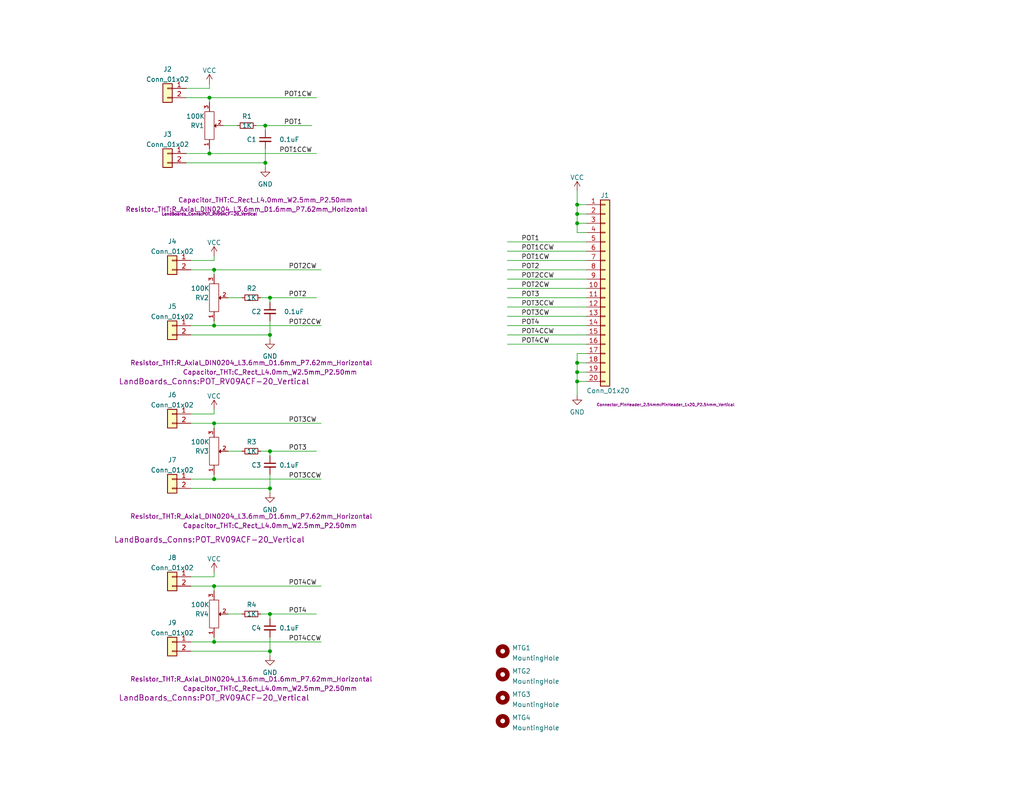
<source format=kicad_sch>
(kicad_sch (version 20211123) (generator eeschema)
  (paper "A")
  (title_block (date "2022-10-03") (rev "1"))
  (lib_symbols
    (symbol "Connector_Generic:Conn_01x02" (pin_names (offset 1.016) hide)
      (property "Reference" "J" (at 0 2.54 0))
      (property "Value" "Conn_01x02" (at 0 -5.08 0))
      (symbol "Conn_01x02_1_1"
        (rectangle (start -1.27 -2.413) (end 0 -2.667) (stroke (width 0.1524)))
        (rectangle (start -1.27 0.127) (end 0 -0.127) (stroke (width 0.1524)))
        (rectangle (start -1.27 1.27) (end 1.27 -3.81) (stroke (width 0.254)) (fill (type background)))
        (pin passive line (at -5.08 0 0) (length 3.81) (name "Pin_1") (number "1"))
        (pin passive line (at -5.08 -2.54 0) (length 3.81) (name "Pin_2") (number "2"))
      )
    )
    (symbol "Connector_Generic:Conn_01x20" (pin_names (offset 1.016) hide)
      (property "Reference" "J" (at 0 25.4 0))
      (property "Value" "Conn_01x20" (at 0 -27.94 0))
      (symbol "Conn_01x20_1_1"
        (rectangle (start -1.27 -25.273) (end 0 -25.527) (stroke (width 0.1524)))
        (rectangle (start -1.27 -22.733) (end 0 -22.987) (stroke (width 0.1524)))
        (rectangle (start -1.27 -20.193) (end 0 -20.447) (stroke (width 0.1524)))
        (rectangle (start -1.27 -17.653) (end 0 -17.907) (stroke (width 0.1524)))
        (rectangle (start -1.27 -15.113) (end 0 -15.367) (stroke (width 0.1524)))
        (rectangle (start -1.27 -12.573) (end 0 -12.827) (stroke (width 0.1524)))
        (rectangle (start -1.27 -10.033) (end 0 -10.287) (stroke (width 0.1524)))
        (rectangle (start -1.27 -7.493) (end 0 -7.747) (stroke (width 0.1524)))
        (rectangle (start -1.27 -4.953) (end 0 -5.207) (stroke (width 0.1524)))
        (rectangle (start -1.27 -2.413) (end 0 -2.667) (stroke (width 0.1524)))
        (rectangle (start -1.27 0.127) (end 0 -0.127) (stroke (width 0.1524)))
        (rectangle (start -1.27 2.667) (end 0 2.413) (stroke (width 0.1524)))
        (rectangle (start -1.27 5.207) (end 0 4.953) (stroke (width 0.1524)))
        (rectangle (start -1.27 7.747) (end 0 7.493) (stroke (width 0.1524)))
        (rectangle (start -1.27 10.287) (end 0 10.033) (stroke (width 0.1524)))
        (rectangle (start -1.27 12.827) (end 0 12.573) (stroke (width 0.1524)))
        (rectangle (start -1.27 15.367) (end 0 15.113) (stroke (width 0.1524)))
        (rectangle (start -1.27 17.907) (end 0 17.653) (stroke (width 0.1524)))
        (rectangle (start -1.27 20.447) (end 0 20.193) (stroke (width 0.1524)))
        (rectangle (start -1.27 22.987) (end 0 22.733) (stroke (width 0.1524)))
        (rectangle (start -1.27 24.13) (end 1.27 -26.67) (stroke (width 0.254)) (fill (type background)))
        (pin passive line (at -5.08 22.86 0) (length 3.81) (name "Pin_1") (number "1"))
        (pin passive line (at -5.08 0 0) (length 3.81) (name "Pin_10") (number "10"))
        (pin passive line (at -5.08 -2.54 0) (length 3.81) (name "Pin_11") (number "11"))
        (pin passive line (at -5.08 -5.08 0) (length 3.81) (name "Pin_12") (number "12"))
        (pin passive line (at -5.08 -7.62 0) (length 3.81) (name "Pin_13") (number "13"))
        (pin passive line (at -5.08 -10.16 0) (length 3.81) (name "Pin_14") (number "14"))
        (pin passive line (at -5.08 -12.7 0) (length 3.81) (name "Pin_15") (number "15"))
        (pin passive line (at -5.08 -15.24 0) (length 3.81) (name "Pin_16") (number "16"))
        (pin passive line (at -5.08 -17.78 0) (length 3.81) (name "Pin_17") (number "17"))
        (pin passive line (at -5.08 -20.32 0) (length 3.81) (name "Pin_18") (number "18"))
        (pin passive line (at -5.08 -22.86 0) (length 3.81) (name "Pin_19") (number "19"))
        (pin passive line (at -5.08 20.32 0) (length 3.81) (name "Pin_2") (number "2"))
        (pin passive line (at -5.08 -25.4 0) (length 3.81) (name "Pin_20") (number "20"))
        (pin passive line (at -5.08 17.78 0) (length 3.81) (name "Pin_3") (number "3"))
        (pin passive line (at -5.08 15.24 0) (length 3.81) (name "Pin_4") (number "4"))
        (pin passive line (at -5.08 12.7 0) (length 3.81) (name "Pin_5") (number "5"))
        (pin passive line (at -5.08 10.16 0) (length 3.81) (name "Pin_6") (number "6"))
        (pin passive line (at -5.08 7.62 0) (length 3.81) (name "Pin_7") (number "7"))
        (pin passive line (at -5.08 5.08 0) (length 3.81) (name "Pin_8") (number "8"))
        (pin passive line (at -5.08 2.54 0) (length 3.81) (name "Pin_9") (number "9"))
      )
    )
    (symbol "Device:C_Small" (pin_numbers hide) (pin_names (offset 0.254) hide)
      (property "Reference" "C" (at 0.254 1.778 0))
      (property "Value" "C_Small" (at 0.254 -2.032 0))
      (symbol "C_Small_0_1"
        (polyline (pts (xy -1.524 -0.508) (xy 1.524 -0.508)) (stroke (width 0.3302)))
        (polyline (pts (xy -1.524 0.508) (xy 1.524 0.508)) (stroke (width 0.3048)))
      )
      (symbol "C_Small_1_1"
        (pin passive line (at 0 2.54 270) (length 2.032) (name "~") (number "1"))
        (pin passive line (at 0 -2.54 90) (length 2.032) (name "~") (number "2"))
      )
    )
    (symbol "Device:R_Small" (pin_numbers hide) (pin_names (offset 0.254) hide)
      (property "Reference" "R" (at 0.762 0.508 0))
      (property "Value" "R_Small" (at 0.762 -1.016 0))
      (symbol "R_Small_0_1"
        (rectangle (start -0.762 1.778) (end 0.762 -1.778) (stroke (width 0.2032)))
      )
      (symbol "R_Small_1_1"
        (pin passive line (at 0 2.54 270) (length 0.762) (name "~") (number "1"))
        (pin passive line (at 0 -2.54 90) (length 0.762) (name "~") (number "2"))
      )
    )
    (symbol "LandBoards:POT" (pin_names (offset 1.016) hide)
      (property "Reference" "RV" (at 0 -2.54 0))
      (property "Value" "POT" (at 0 0 0))
      (symbol "POT_0_1"
        (rectangle (start -3.81 1.27) (end 3.81 -1.27))
        (polyline (pts (xy 0 1.27) (xy -0.508 1.778) (xy 0.508 1.778)) (fill (type outline)))
      )
      (symbol "POT_1_1"
        (pin passive line (at -6.35 0 0) (length 2.54) (name "1") (number "1"))
        (pin passive line (at 0 3.81 270) (length 2.032) (name "2") (number "2"))
        (pin passive line (at 6.35 0 180) (length 2.54) (name "3") (number "3"))
      )
    )
    (symbol "Mechanical:MountingHole" (pin_names (offset 1.016))
      (property "Reference" "H" (at 0 5.08 0))
      (property "Value" "MountingHole" (at 0 3.175 0))
      (symbol "MountingHole_0_1"
        (circle (center 0 0) (radius 1.27) (stroke (width 1.27)))
      )
    )
    (symbol "power:GND" (power) (pin_names (offset 0))
      (property "Value" "GND" (at 0 -3.81 0))
      (symbol "GND_0_1"
        (polyline (pts (xy 0 0) (xy 0 -1.27) (xy 1.27 -1.27) (xy 0 -2.54) (xy -1.27 -1.27) (xy 0 -1.27)))
      )
      (symbol "GND_1_1"
        (pin power_in line (at 0 0 270) (length 0) hide (name "GND") (number "1"))
      )
    )
    (symbol "power:VCC" (power) (pin_names (offset 0))
      (property "Value" "VCC" (at 0 3.81 0))
      (symbol "VCC_0_1"
        (polyline (pts (xy -0.762 1.27) (xy 0 2.54)))
        (polyline (pts (xy 0 0) (xy 0 2.54)))
        (polyline (pts (xy 0 2.54) (xy 0.762 1.27)))
      )
      (symbol "VCC_1_1"
        (pin power_in line (at 0 0 90) (length 0) hide (name "VCC") (number "1"))
      )
    )
  )
  (junction (at 157.48 99.06))
  (junction (at 58.42 73.66))
  (junction (at 73.66 167.64))
  (junction (at 73.66 177.8))
  (junction (at 157.48 101.6))
  (junction (at 73.66 123.19))
  (junction (at 72.39 44.45))
  (junction (at 157.48 60.96))
  (junction (at 57.15 41.91))
  (junction (at 157.48 58.42))
  (junction (at 58.42 175.26))
  (junction (at 58.42 88.9))
  (junction (at 73.66 133.35))
  (junction (at 58.42 160.02))
  (junction (at 73.66 81.28))
  (junction (at 58.42 115.57))
  (junction (at 157.48 104.14))
  (junction (at 57.15 26.67))
  (junction (at 58.42 130.81))
  (junction (at 73.66 91.44))
  (junction (at 72.39 34.29))
  (junction (at 157.48 55.88))
  (wire (pts (xy 52.07 133.35) (xy 73.66 133.35)))
  (wire (pts (xy 157.48 58.42) (xy 160.02 58.42)))
  (wire (pts (xy 73.66 87.63) (xy 73.66 91.44)))
  (wire (pts (xy 138.43 86.36) (xy 160.02 86.36)))
  (wire (pts (xy 58.42 87.63) (xy 58.42 88.9)))
  (wire (pts (xy 73.66 133.35) (xy 73.66 134.62)))
  (wire (pts (xy 58.42 160.02) (xy 58.42 161.29)))
  (wire (pts (xy 52.07 73.66) (xy 58.42 73.66)))
  (wire (pts (xy 52.07 115.57) (xy 58.42 115.57)))
  (wire (pts (xy 73.66 167.64) (xy 86.36 167.64)))
  (wire (pts (xy 57.15 26.67) (xy 57.15 27.94)))
  (wire (pts (xy 138.43 66.04) (xy 160.02 66.04)))
  (wire (pts (xy 73.66 81.28) (xy 73.66 82.55)))
  (wire (pts (xy 160.02 99.06) (xy 157.48 99.06)))
  (wire (pts (xy 57.15 26.67) (xy 86.36 26.67)))
  (wire (pts (xy 52.07 113.03) (xy 58.42 113.03)))
  (wire (pts (xy 52.07 177.8) (xy 73.66 177.8)))
  (wire (pts (xy 58.42 115.57) (xy 58.42 116.84)))
  (wire (pts (xy 57.15 41.91) (xy 86.36 41.91)))
  (wire (pts (xy 157.48 101.6) (xy 157.48 104.14)))
  (wire (pts (xy 52.07 157.48) (xy 58.42 157.48)))
  (wire (pts (xy 52.07 71.12) (xy 58.42 71.12)))
  (wire (pts (xy 71.12 123.19) (xy 73.66 123.19)))
  (wire (pts (xy 157.48 55.88) (xy 157.48 58.42)))
  (wire (pts (xy 138.43 68.58) (xy 160.02 68.58)))
  (wire (pts (xy 64.77 34.29) (xy 60.96 34.29)))
  (wire (pts (xy 138.43 93.98) (xy 160.02 93.98)))
  (wire (pts (xy 50.8 44.45) (xy 72.39 44.45)))
  (wire (pts (xy 138.43 81.28) (xy 160.02 81.28)))
  (wire (pts (xy 52.07 130.81) (xy 58.42 130.81)))
  (wire (pts (xy 138.43 73.66) (xy 160.02 73.66)))
  (wire (pts (xy 50.8 24.13) (xy 57.15 24.13)))
  (wire (pts (xy 58.42 130.81) (xy 87.63 130.81)))
  (wire (pts (xy 157.48 52.07) (xy 157.48 55.88)))
  (wire (pts (xy 58.42 175.26) (xy 87.63 175.26)))
  (wire (pts (xy 66.04 81.28) (xy 62.23 81.28)))
  (wire (pts (xy 72.39 34.29) (xy 72.39 35.56)))
  (wire (pts (xy 138.43 76.2) (xy 160.02 76.2)))
  (wire (pts (xy 58.42 157.48) (xy 58.42 156.21)))
  (wire (pts (xy 58.42 113.03) (xy 58.42 111.76)))
  (wire (pts (xy 58.42 73.66) (xy 58.42 74.93)))
  (wire (pts (xy 52.07 91.44) (xy 73.66 91.44)))
  (wire (pts (xy 73.66 173.99) (xy 73.66 177.8)))
  (wire (pts (xy 160.02 63.5) (xy 157.48 63.5)))
  (wire (pts (xy 73.66 123.19) (xy 73.66 124.46)))
  (wire (pts (xy 157.48 58.42) (xy 157.48 60.96)))
  (wire (pts (xy 138.43 71.12) (xy 160.02 71.12)))
  (wire (pts (xy 160.02 60.96) (xy 157.48 60.96)))
  (wire (pts (xy 69.85 34.29) (xy 72.39 34.29)))
  (wire (pts (xy 58.42 71.12) (xy 58.42 69.85)))
  (wire (pts (xy 57.15 40.64) (xy 57.15 41.91)))
  (wire (pts (xy 157.48 104.14) (xy 157.48 107.95)))
  (wire (pts (xy 52.07 88.9) (xy 58.42 88.9)))
  (wire (pts (xy 58.42 88.9) (xy 87.63 88.9)))
  (wire (pts (xy 66.04 167.64) (xy 62.23 167.64)))
  (wire (pts (xy 157.48 55.88) (xy 160.02 55.88)))
  (wire (pts (xy 138.43 83.82) (xy 160.02 83.82)))
  (wire (pts (xy 50.8 26.67) (xy 57.15 26.67)))
  (wire (pts (xy 138.43 91.44) (xy 160.02 91.44)))
  (wire (pts (xy 157.48 101.6) (xy 160.02 101.6)))
  (wire (pts (xy 73.66 123.19) (xy 86.36 123.19)))
  (wire (pts (xy 138.43 78.74) (xy 160.02 78.74)))
  (wire (pts (xy 52.07 175.26) (xy 58.42 175.26)))
  (wire (pts (xy 58.42 173.99) (xy 58.42 175.26)))
  (wire (pts (xy 58.42 160.02) (xy 87.63 160.02)))
  (wire (pts (xy 57.15 24.13) (xy 57.15 22.86)))
  (wire (pts (xy 73.66 167.64) (xy 73.66 168.91)))
  (wire (pts (xy 73.66 129.54) (xy 73.66 133.35)))
  (wire (pts (xy 71.12 167.64) (xy 73.66 167.64)))
  (wire (pts (xy 73.66 177.8) (xy 73.66 179.07)))
  (wire (pts (xy 138.43 88.9) (xy 160.02 88.9)))
  (wire (pts (xy 72.39 44.45) (xy 72.39 45.72)))
  (wire (pts (xy 157.48 99.06) (xy 157.48 96.52)))
  (wire (pts (xy 157.48 96.52) (xy 160.02 96.52)))
  (wire (pts (xy 58.42 115.57) (xy 87.63 115.57)))
  (wire (pts (xy 72.39 34.29) (xy 85.09 34.29)))
  (wire (pts (xy 72.39 40.64) (xy 72.39 44.45)))
  (wire (pts (xy 58.42 73.66) (xy 87.63 73.66)))
  (wire (pts (xy 52.07 160.02) (xy 58.42 160.02)))
  (wire (pts (xy 73.66 81.28) (xy 86.36 81.28)))
  (wire (pts (xy 50.8 41.91) (xy 57.15 41.91)))
  (wire (pts (xy 157.48 99.06) (xy 157.48 101.6)))
  (wire (pts (xy 66.04 123.19) (xy 62.23 123.19)))
  (wire (pts (xy 157.48 104.14) (xy 160.02 104.14)))
  (wire (pts (xy 157.48 63.5) (xy 157.48 60.96)))
  (wire (pts (xy 71.12 81.28) (xy 73.66 81.28)))
  (wire (pts (xy 73.66 91.44) (xy 73.66 92.71)))
  (wire (pts (xy 58.42 129.54) (xy 58.42 130.81)))
  (label "POT2CCW" (at 142.24 76.2 0))
  (label "POT1CW" (at 77.47 26.67 0))
  (label "POT2CW" (at 78.74 73.66 0))
  (label "POT1CCW" (at 142.24 68.58 0))
  (label "POT4" (at 78.74 167.64 0))
  (label "POT4" (at 142.24 88.9 0))
  (label "POT2" (at 142.24 73.66 0))
  (label "POT3CW" (at 78.74 115.57 0))
  (label "POT4CCW" (at 142.24 91.44 0))
  (label "POT2CCW" (at 78.74 88.9 0))
  (label "POT4CW" (at 142.24 93.98 0))
  (label "POT1" (at 77.47 34.29 0))
  (label "POT3CW" (at 142.24 86.36 0))
  (label "POT1CW" (at 142.24 71.12 0))
  (label "POT1" (at 142.24 66.04 0))
  (label "POT3CCW" (at 142.24 83.82 0))
  (label "POT2CW" (at 142.24 78.74 0))
  (label "POT3CCW" (at 78.74 130.81 0))
  (label "POT3" (at 78.74 123.19 0))
  (label "POT3" (at 142.24 81.28 0))
  (label "POT1CCW" (at 76.2 41.91 0))
  (label "POT4CCW" (at 78.74 175.26 0))
  (label "POT2" (at 78.74 81.28 0))
  (label "POT4CW" (at 78.74 160.02 0))
  (symbol (lib_id "Connector_Generic:Conn_01x02") (at 46.99 88.9 0) (mirror y) (unit 1)
    (property "Reference" "J5" (at 46.99 83.6635 0))
    (property "Value" "Conn_01x02" (at 46.99 86.4386 0))
    (property "Footprint" "Connector_PinHeader_2.54mm:PinHeader_1x02_P2.54mm_Vertical" (effects hide))
  )
  (symbol (lib_id "power:GND") (at 73.66 92.71 0) (unit 1)
    (property "Reference" "#PWR0104" (effects hide))
    (property "Value" "GND" (at 73.66 97.2725 0))
  )
  (symbol (lib_id "power:GND") (at 157.48 107.95 0) (unit 1)
    (property "Reference" "#PWR0110" (effects hide))
    (property "Value" "GND" (at 157.48 112.5125 0))
  )
  (symbol (lib_id "Connector_Generic:Conn_01x02") (at 45.72 41.91 0) (mirror y) (unit 1)
    (property "Reference" "J3" (at 45.72 36.6735 0))
    (property "Value" "Conn_01x02" (at 45.72 39.4486 0))
    (property "Footprint" "Connector_PinHeader_2.54mm:PinHeader_1x02_P2.54mm_Vertical" (effects hide))
  )
  (symbol (lib_id "Device:R_Small") (at 68.58 167.64 270) (unit 1)
    (property "Reference" "R4" (at 67.31 165.1 90) (effects (justify left)))
    (property "Value" "1K" (at 67.31 167.64 90) (effects (justify left)))
    (property "Footprint" "Resistor_THT:R_Axial_DIN0204_L3.6mm_D1.6mm_P7.62mm_Horizontal" (at 68.58 185.42 90))
  )
  (symbol (lib_id "power:GND") (at 73.66 179.07 0) (unit 1)
    (property "Reference" "#PWR0108" (effects hide))
    (property "Value" "GND" (at 73.66 183.6325 0))
  )
  (symbol (lib_id "Connector_Generic:Conn_01x02") (at 46.99 175.26 0) (mirror y) (unit 1)
    (property "Reference" "J9" (at 46.99 170.0235 0))
    (property "Value" "Conn_01x02" (at 46.99 172.7986 0))
    (property "Footprint" "Connector_PinHeader_2.54mm:PinHeader_1x02_P2.54mm_Vertical" (effects hide))
  )
  (symbol (lib_id "Connector_Generic:Conn_01x02") (at 46.99 71.12 0) (mirror y) (unit 1)
    (property "Reference" "J4" (at 46.99 65.8835 0))
    (property "Value" "Conn_01x02" (at 46.99 68.6586 0))
    (property "Footprint" "Connector_PinHeader_2.54mm:PinHeader_1x02_P2.54mm_Vertical" (effects hide))
  )
  (symbol (lib_id "power:VCC") (at 157.48 52.07 0) (unit 1)
    (property "Reference" "#PWR0109" (effects hide))
    (property "Value" "VCC" (at 157.48 48.4655 0))
  )
  (symbol (lib_id "Connector_Generic:Conn_01x20") (at 165.1 78.74 0) (unit 1)
    (property "Reference" "J1" (at 163.83 53.34 0) (effects (justify left)))
    (property "Value" "Conn_01x20" (at 160.02 106.68 0) (effects (justify left)))
    (property "Footprint" "Connector_PinHeader_2.54mm:PinHeader_1x20_P2.54mm_Vertical" (at 181.61 110.49 0) (effects (font (size 0.762 0.762))))
  )
  (symbol (lib_id "Device:C_Small") (at 72.39 38.1 0) (unit 1)
    (property "Reference" "C1" (at 67.31 38.1 0) (effects (justify left)))
    (property "Value" "0.1uF" (at 76.2 38.1 0) (effects (justify left)))
    (property "Footprint" "Capacitor_THT:C_Rect_L4.0mm_W2.5mm_P2.50mm" (at 72.39 54.61 0))
  )
  (symbol (lib_id "power:GND") (at 72.39 45.72 0) (unit 1)
    (property "Reference" "#PWR0106" (effects hide))
    (property "Value" "GND" (at 72.39 50.2825 0))
  )
  (symbol (lib_id "LandBoards:POT") (at 58.42 81.28 270) (mirror x) (unit 1)
    (property "Reference" "RV2" (at 55.1275 81.28 90))
    (property "Value" "100K" (at 54.61 78.74 90))
    (property "Footprint" "LandBoards_Conns:POT_RV09ACF-20_Vertical" (at 58.42 104.14 90) (effects (font (size 1.524 1.524))))
  )
  (symbol (lib_id "Device:C_Small") (at 73.66 127 0) (unit 1)
    (property "Reference" "C3" (at 68.58 127 0) (effects (justify left)))
    (property "Value" "0.1uF" (at 76.2 127 0) (effects (justify left)))
    (property "Footprint" "Capacitor_THT:C_Rect_L4.0mm_W2.5mm_P2.50mm" (at 73.66 143.51 0))
  )
  (symbol (lib_id "power:GND") (at 73.66 134.62 0) (unit 1)
    (property "Reference" "#PWR0101" (effects hide))
    (property "Value" "GND" (at 73.66 139.1825 0))
  )
  (symbol (lib_id "Connector_Generic:Conn_01x02") (at 46.99 157.48 0) (mirror y) (unit 1)
    (property "Reference" "J8" (at 46.99 152.2435 0))
    (property "Value" "Conn_01x02" (at 46.99 155.0186 0))
    (property "Footprint" "Connector_PinHeader_2.54mm:PinHeader_1x02_P2.54mm_Vertical" (effects hide))
  )
  (symbol (lib_id "Device:C_Small") (at 73.66 171.45 0) (unit 1)
    (property "Reference" "C4" (at 68.58 171.45 0) (effects (justify left)))
    (property "Value" "0.1uF" (at 76.2 171.45 0) (effects (justify left)))
    (property "Footprint" "Capacitor_THT:C_Rect_L4.0mm_W2.5mm_P2.50mm" (at 73.66 187.96 0))
  )
  (symbol (lib_id "Mechanical:MountingHole") (at 137.16 190.5 0) (unit 1)
    (property "Reference" "MTG3" (at 139.7 189.5915 0) (effects (justify left)))
    (property "Value" "MountingHole" (at 139.7 192.3666 0) (effects (justify left)))
    (property "Footprint" "LandBoards_MountHoles:MTG-4-40" (effects hide))
  )
  (symbol (lib_id "power:VCC") (at 58.42 69.85 0) (unit 1)
    (property "Reference" "#PWR0103" (effects hide))
    (property "Value" "VCC" (at 58.42 66.2455 0))
  )
  (symbol (lib_id "Mechanical:MountingHole") (at 137.16 184.15 0) (unit 1)
    (property "Reference" "MTG2" (at 139.7 183.2415 0) (effects (justify left)))
    (property "Value" "MountingHole" (at 139.7 186.0166 0) (effects (justify left)))
    (property "Footprint" "LandBoards_MountHoles:MTG-4-40" (effects hide))
  )
  (symbol (lib_id "Connector_Generic:Conn_01x02") (at 46.99 113.03 0) (mirror y) (unit 1)
    (property "Reference" "J6" (at 46.99 107.7935 0))
    (property "Value" "Conn_01x02" (at 46.99 110.5686 0))
    (property "Footprint" "Connector_PinHeader_2.54mm:PinHeader_1x02_P2.54mm_Vertical" (effects hide))
  )
  (symbol (lib_id "Device:C_Small") (at 73.66 85.09 0) (unit 1)
    (property "Reference" "C2" (at 68.58 85.09 0) (effects (justify left)))
    (property "Value" "0.1uF" (at 77.47 85.09 0) (effects (justify left)))
    (property "Footprint" "Capacitor_THT:C_Rect_L4.0mm_W2.5mm_P2.50mm" (at 73.66 101.6 0))
  )
  (symbol (lib_id "power:VCC") (at 58.42 156.21 0) (unit 1)
    (property "Reference" "#PWR0105" (effects hide))
    (property "Value" "VCC" (at 58.42 152.6055 0))
  )
  (symbol (lib_id "Device:R_Small") (at 68.58 123.19 270) (unit 1)
    (property "Reference" "R3" (at 67.31 120.65 90) (effects (justify left)))
    (property "Value" "1K" (at 67.31 123.19 90) (effects (justify left)))
    (property "Footprint" "Resistor_THT:R_Axial_DIN0204_L3.6mm_D1.6mm_P7.62mm_Horizontal" (at 68.58 140.97 90))
  )
  (symbol (lib_id "LandBoards:POT") (at 58.42 167.64 270) (mirror x) (unit 1)
    (property "Reference" "RV4" (at 55.1275 167.64 90))
    (property "Value" "100K" (at 54.61 165.1 90))
    (property "Footprint" "LandBoards_Conns:POT_RV09ACF-20_Vertical" (at 58.42 190.5 90) (effects (font (size 1.524 1.524))))
  )
  (symbol (lib_id "power:VCC") (at 57.15 22.86 0) (unit 1)
    (property "Reference" "#PWR0107" (effects hide))
    (property "Value" "VCC" (at 57.15 19.2555 0))
  )
  (symbol (lib_id "LandBoards:POT") (at 57.15 34.29 270) (mirror x) (unit 1)
    (property "Reference" "RV1" (at 53.8575 34.29 90))
    (property "Value" "100K" (at 53.34 31.75 90))
    (property "Footprint" "LandBoards_Conns:POT_RV09ACF-20_Vertical" (at 57.15 58.42 90) (effects (font (size 0.762 0.762))))
  )
  (symbol (lib_id "Connector_Generic:Conn_01x02") (at 46.99 130.81 0) (mirror y) (unit 1)
    (property "Reference" "J7" (at 46.99 125.5735 0))
    (property "Value" "Conn_01x02" (at 46.99 128.3486 0))
    (property "Footprint" "Connector_PinHeader_2.54mm:PinHeader_1x02_P2.54mm_Vertical" (effects hide))
  )
  (symbol (lib_id "Mechanical:MountingHole") (at 137.16 196.85 0) (unit 1)
    (property "Reference" "MTG4" (at 139.7 195.9415 0) (effects (justify left)))
    (property "Value" "MountingHole" (at 139.7 198.7166 0) (effects (justify left)))
    (property "Footprint" "LandBoards_MountHoles:MTG-4-40" (effects hide))
  )
  (symbol (lib_id "Device:R_Small") (at 67.31 34.29 270) (unit 1)
    (property "Reference" "R1" (at 66.04 31.75 90) (effects (justify left)))
    (property "Value" "1K" (at 66.04 34.29 90) (effects (justify left)))
    (property "Footprint" "Resistor_THT:R_Axial_DIN0204_L3.6mm_D1.6mm_P7.62mm_Horizontal" (at 67.31 57.15 90))
  )
  (symbol (lib_id "LandBoards:POT") (at 58.42 123.19 270) (mirror x) (unit 1)
    (property "Reference" "RV3" (at 55.1275 123.19 90))
    (property "Value" "100K" (at 54.61 120.65 90))
    (property "Footprint" "LandBoards_Conns:POT_RV09ACF-20_Vertical" (at 57.15 147.32 90) (effects (font (size 1.524 1.524))))
  )
  (symbol (lib_id "Mechanical:MountingHole") (at 137.16 177.8 0) (unit 1)
    (property "Reference" "MTG1" (at 139.7 176.8915 0) (effects (justify left)))
    (property "Value" "MountingHole" (at 139.7 179.6666 0) (effects (justify left)))
    (property "Footprint" "LandBoards_MountHoles:MTG-4-40" (effects hide))
  )
  (symbol (lib_id "power:VCC") (at 58.42 111.76 0) (unit 1)
    (property "Reference" "#PWR0102" (effects hide))
    (property "Value" "VCC" (at 58.42 108.1555 0))
  )
  (symbol (lib_id "Connector_Generic:Conn_01x02") (at 45.72 24.13 0) (mirror y) (unit 1)
    (property "Reference" "J2" (at 45.72 18.8935 0))
    (property "Value" "Conn_01x02" (at 45.72 21.6686 0))
    (property "Footprint" "Connector_PinHeader_2.54mm:PinHeader_1x02_P2.54mm_Vertical" (effects hide))
  )
  (symbol (lib_id "Device:R_Small") (at 68.58 81.28 270) (unit 1)
    (property "Reference" "R2" (at 67.31 78.74 90) (effects (justify left)))
    (property "Value" "1K" (at 67.31 81.28 90) (effects (justify left)))
    (property "Footprint" "Resistor_THT:R_Axial_DIN0204_L3.6mm_D1.6mm_P7.62mm_Horizontal" (at 68.58 99.06 90))
  )
)
</source>
